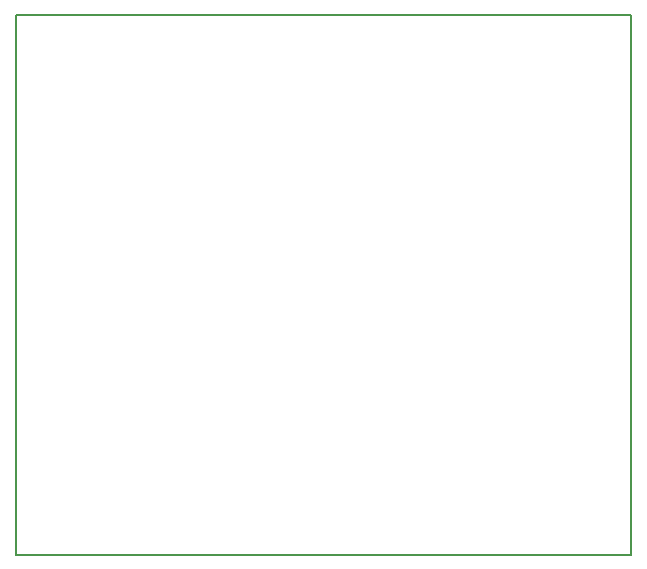
<source format=gbr>
G04 DipTrace 3.2.0.1*
G04 BoardOutline.gbr*
%MOIN*%
G04 #@! TF.FileFunction,Profile*
G04 #@! TF.Part,Single*
%ADD11C,0.005512*%
%FSLAX26Y26*%
G04*
G70*
G90*
G75*
G01*
G04 BoardOutline*
%LPD*%
X393701Y2193701D2*
D11*
X1843701D1*
X2443701D1*
Y393701D1*
X393701D1*
Y2193701D1*
M02*

</source>
